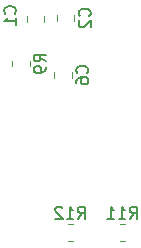
<source format=gbr>
%TF.GenerationSoftware,KiCad,Pcbnew,(6.0.2)*%
%TF.CreationDate,2022-03-09T23:50:45-05:00*%
%TF.ProjectId,car (1),63617220-2831-4292-9e6b-696361645f70,rev?*%
%TF.SameCoordinates,Original*%
%TF.FileFunction,Legend,Bot*%
%TF.FilePolarity,Positive*%
%FSLAX46Y46*%
G04 Gerber Fmt 4.6, Leading zero omitted, Abs format (unit mm)*
G04 Created by KiCad (PCBNEW (6.0.2)) date 2022-03-09 23:50:45*
%MOMM*%
%LPD*%
G01*
G04 APERTURE LIST*
%ADD10C,0.150000*%
%ADD11C,0.120000*%
G04 APERTURE END LIST*
D10*
%TO.C,R11*%
X74404457Y-72563980D02*
X74737790Y-72087790D01*
X74975885Y-72563980D02*
X74975885Y-71563980D01*
X74594933Y-71563980D01*
X74499695Y-71611600D01*
X74452076Y-71659219D01*
X74404457Y-71754457D01*
X74404457Y-71897314D01*
X74452076Y-71992552D01*
X74499695Y-72040171D01*
X74594933Y-72087790D01*
X74975885Y-72087790D01*
X73452076Y-72563980D02*
X74023504Y-72563980D01*
X73737790Y-72563980D02*
X73737790Y-71563980D01*
X73833028Y-71706838D01*
X73928266Y-71802076D01*
X74023504Y-71849695D01*
X72499695Y-72563980D02*
X73071123Y-72563980D01*
X72785409Y-72563980D02*
X72785409Y-71563980D01*
X72880647Y-71706838D01*
X72975885Y-71802076D01*
X73071123Y-71849695D01*
%TO.C,C2*%
X70972742Y-55408533D02*
X71020361Y-55360914D01*
X71067980Y-55218057D01*
X71067980Y-55122819D01*
X71020361Y-54979961D01*
X70925123Y-54884723D01*
X70829885Y-54837104D01*
X70639409Y-54789485D01*
X70496552Y-54789485D01*
X70306076Y-54837104D01*
X70210838Y-54884723D01*
X70115600Y-54979961D01*
X70067980Y-55122819D01*
X70067980Y-55218057D01*
X70115600Y-55360914D01*
X70163219Y-55408533D01*
X70163219Y-55789485D02*
X70115600Y-55837104D01*
X70067980Y-55932342D01*
X70067980Y-56170438D01*
X70115600Y-56265676D01*
X70163219Y-56313295D01*
X70258457Y-56360914D01*
X70353695Y-56360914D01*
X70496552Y-56313295D01*
X71067980Y-55741866D01*
X71067980Y-56360914D01*
%TO.C,R9*%
X67278780Y-59267433D02*
X66802590Y-58934100D01*
X67278780Y-58696004D02*
X66278780Y-58696004D01*
X66278780Y-59076957D01*
X66326400Y-59172195D01*
X66374019Y-59219814D01*
X66469257Y-59267433D01*
X66612114Y-59267433D01*
X66707352Y-59219814D01*
X66754971Y-59172195D01*
X66802590Y-59076957D01*
X66802590Y-58696004D01*
X67278780Y-59743623D02*
X67278780Y-59934100D01*
X67231161Y-60029338D01*
X67183542Y-60076957D01*
X67040685Y-60172195D01*
X66850209Y-60219814D01*
X66469257Y-60219814D01*
X66374019Y-60172195D01*
X66326400Y-60124576D01*
X66278780Y-60029338D01*
X66278780Y-59838861D01*
X66326400Y-59743623D01*
X66374019Y-59696004D01*
X66469257Y-59648385D01*
X66707352Y-59648385D01*
X66802590Y-59696004D01*
X66850209Y-59743623D01*
X66897828Y-59838861D01*
X66897828Y-60029338D01*
X66850209Y-60124576D01*
X66802590Y-60172195D01*
X66707352Y-60219814D01*
%TO.C,C1*%
X64669942Y-55205333D02*
X64717561Y-55157714D01*
X64765180Y-55014857D01*
X64765180Y-54919619D01*
X64717561Y-54776761D01*
X64622323Y-54681523D01*
X64527085Y-54633904D01*
X64336609Y-54586285D01*
X64193752Y-54586285D01*
X64003276Y-54633904D01*
X63908038Y-54681523D01*
X63812800Y-54776761D01*
X63765180Y-54919619D01*
X63765180Y-55014857D01*
X63812800Y-55157714D01*
X63860419Y-55205333D01*
X64765180Y-56157714D02*
X64765180Y-55586285D01*
X64765180Y-55872000D02*
X63765180Y-55872000D01*
X63908038Y-55776761D01*
X64003276Y-55681523D01*
X64050895Y-55586285D01*
%TO.C,C6*%
X70769542Y-60234533D02*
X70817161Y-60186914D01*
X70864780Y-60044057D01*
X70864780Y-59948819D01*
X70817161Y-59805961D01*
X70721923Y-59710723D01*
X70626685Y-59663104D01*
X70436209Y-59615485D01*
X70293352Y-59615485D01*
X70102876Y-59663104D01*
X70007638Y-59710723D01*
X69912400Y-59805961D01*
X69864780Y-59948819D01*
X69864780Y-60044057D01*
X69912400Y-60186914D01*
X69960019Y-60234533D01*
X69864780Y-61091676D02*
X69864780Y-60901200D01*
X69912400Y-60805961D01*
X69960019Y-60758342D01*
X70102876Y-60663104D01*
X70293352Y-60615485D01*
X70674304Y-60615485D01*
X70769542Y-60663104D01*
X70817161Y-60710723D01*
X70864780Y-60805961D01*
X70864780Y-60996438D01*
X70817161Y-61091676D01*
X70769542Y-61139295D01*
X70674304Y-61186914D01*
X70436209Y-61186914D01*
X70340971Y-61139295D01*
X70293352Y-61091676D01*
X70245733Y-60996438D01*
X70245733Y-60805961D01*
X70293352Y-60710723D01*
X70340971Y-60663104D01*
X70436209Y-60615485D01*
%TO.C,R12*%
X69994457Y-72563980D02*
X70327790Y-72087790D01*
X70565885Y-72563980D02*
X70565885Y-71563980D01*
X70184933Y-71563980D01*
X70089695Y-71611600D01*
X70042076Y-71659219D01*
X69994457Y-71754457D01*
X69994457Y-71897314D01*
X70042076Y-71992552D01*
X70089695Y-72040171D01*
X70184933Y-72087790D01*
X70565885Y-72087790D01*
X69042076Y-72563980D02*
X69613504Y-72563980D01*
X69327790Y-72563980D02*
X69327790Y-71563980D01*
X69423028Y-71706838D01*
X69518266Y-71802076D01*
X69613504Y-71849695D01*
X68661123Y-71659219D02*
X68613504Y-71611600D01*
X68518266Y-71563980D01*
X68280171Y-71563980D01*
X68184933Y-71611600D01*
X68137314Y-71659219D01*
X68089695Y-71754457D01*
X68089695Y-71849695D01*
X68137314Y-71992552D01*
X68708742Y-72563980D01*
X68089695Y-72563980D01*
D11*
%TO.C,R11*%
X73988664Y-74496600D02*
X73534536Y-74496600D01*
X73988664Y-73026600D02*
X73534536Y-73026600D01*
%TO.C,C2*%
X68200600Y-55836452D02*
X68200600Y-55313948D01*
X69670600Y-55836452D02*
X69670600Y-55313948D01*
%TO.C,R9*%
X65911400Y-59661164D02*
X65911400Y-59207036D01*
X64441400Y-59661164D02*
X64441400Y-59207036D01*
%TO.C,C1*%
X65660600Y-55938052D02*
X65660600Y-55415548D01*
X67130600Y-55938052D02*
X67130600Y-55415548D01*
%TO.C,C6*%
X67997400Y-60662452D02*
X67997400Y-60139948D01*
X69467400Y-60662452D02*
X69467400Y-60139948D01*
%TO.C,R12*%
X69578664Y-74496600D02*
X69124536Y-74496600D01*
X69578664Y-73026600D02*
X69124536Y-73026600D01*
%TD*%
M02*

</source>
